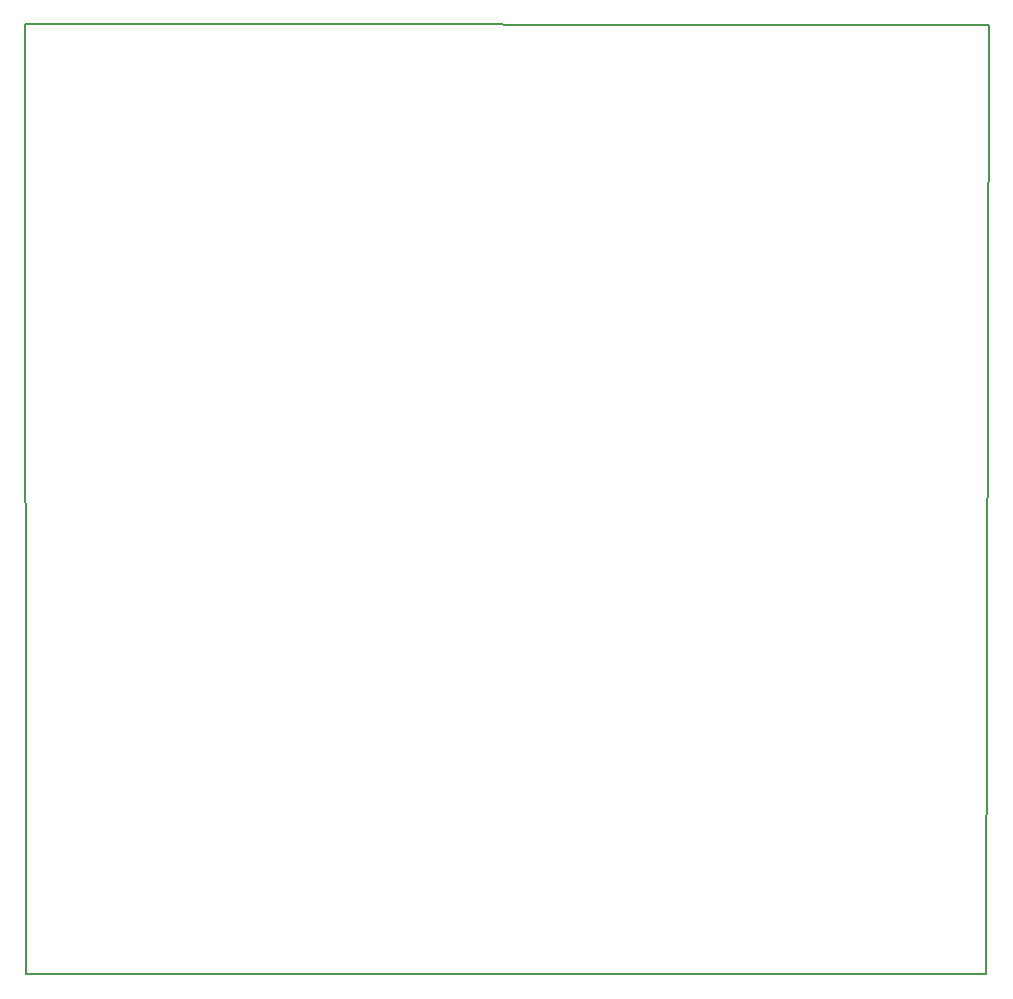
<source format=gbr>
G04 DipTrace 3.2.0.1*
G04 Ãðàíèöûïëàòû.gbr*
%MOIN*%
G04 #@! TF.FileFunction,Profile*
G04 #@! TF.Part,Single*
%ADD11C,0.005512*%
%FSLAX26Y26*%
G04*
G70*
G90*
G75*
G01*
G04 BoardOutline*
%LPD*%
X393701Y3560749D2*
D11*
X3606076Y3559617D1*
X3597259Y393701D1*
X396584D1*
X393701Y3560749D1*
M02*

</source>
